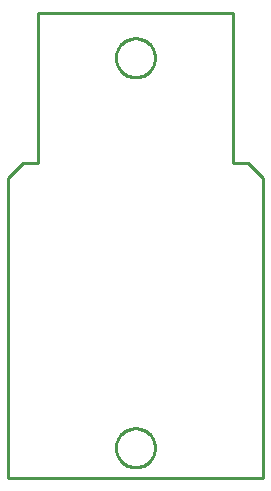
<source format=gbr>
G04 EAGLE Gerber RS-274X export*
G75*
%MOMM*%
%FSLAX34Y34*%
%LPD*%
%IN*%
%IPPOS*%
%AMOC8*
5,1,8,0,0,1.08239X$1,22.5*%
G01*
%ADD10C,0.254000*%


D10*
X0Y0D02*
X215900Y0D01*
X215900Y254000D01*
X203200Y266700D01*
X190500Y266700D01*
X190500Y393700D01*
X25400Y393700D01*
X25400Y266700D01*
X12700Y266700D01*
X0Y254000D01*
X0Y0D01*
X124460Y24860D02*
X124389Y23781D01*
X124248Y22709D01*
X124037Y21649D01*
X123758Y20605D01*
X123410Y19581D01*
X122996Y18583D01*
X122518Y17613D01*
X121978Y16677D01*
X121377Y15778D01*
X120719Y14921D01*
X120007Y14108D01*
X119242Y13344D01*
X118429Y12631D01*
X117572Y11973D01*
X116673Y11372D01*
X115737Y10832D01*
X114767Y10354D01*
X113769Y9940D01*
X112745Y9592D01*
X111701Y9313D01*
X110641Y9102D01*
X109569Y8961D01*
X108490Y8890D01*
X107410Y8890D01*
X106331Y8961D01*
X105259Y9102D01*
X104199Y9313D01*
X103155Y9592D01*
X102131Y9940D01*
X101133Y10354D01*
X100163Y10832D01*
X99227Y11372D01*
X98328Y11973D01*
X97471Y12631D01*
X96658Y13344D01*
X95894Y14108D01*
X95181Y14921D01*
X94523Y15778D01*
X93922Y16677D01*
X93382Y17613D01*
X92904Y18583D01*
X92490Y19581D01*
X92142Y20605D01*
X91863Y21649D01*
X91652Y22709D01*
X91511Y23781D01*
X91440Y24860D01*
X91440Y25940D01*
X91511Y27019D01*
X91652Y28091D01*
X91863Y29151D01*
X92142Y30195D01*
X92490Y31219D01*
X92904Y32217D01*
X93382Y33187D01*
X93922Y34123D01*
X94523Y35022D01*
X95181Y35879D01*
X95894Y36692D01*
X96658Y37457D01*
X97471Y38169D01*
X98328Y38827D01*
X99227Y39428D01*
X100163Y39968D01*
X101133Y40446D01*
X102131Y40860D01*
X103155Y41208D01*
X104199Y41487D01*
X105259Y41698D01*
X106331Y41839D01*
X107410Y41910D01*
X108490Y41910D01*
X109569Y41839D01*
X110641Y41698D01*
X111701Y41487D01*
X112745Y41208D01*
X113769Y40860D01*
X114767Y40446D01*
X115737Y39968D01*
X116673Y39428D01*
X117572Y38827D01*
X118429Y38169D01*
X119242Y37457D01*
X120007Y36692D01*
X120719Y35879D01*
X121377Y35022D01*
X121978Y34123D01*
X122518Y33187D01*
X122996Y32217D01*
X123410Y31219D01*
X123758Y30195D01*
X124037Y29151D01*
X124248Y28091D01*
X124389Y27019D01*
X124460Y25940D01*
X124460Y24860D01*
X124460Y355060D02*
X124389Y353981D01*
X124248Y352909D01*
X124037Y351849D01*
X123758Y350805D01*
X123410Y349781D01*
X122996Y348783D01*
X122518Y347813D01*
X121978Y346877D01*
X121377Y345978D01*
X120719Y345121D01*
X120007Y344308D01*
X119242Y343544D01*
X118429Y342831D01*
X117572Y342173D01*
X116673Y341572D01*
X115737Y341032D01*
X114767Y340554D01*
X113769Y340140D01*
X112745Y339792D01*
X111701Y339513D01*
X110641Y339302D01*
X109569Y339161D01*
X108490Y339090D01*
X107410Y339090D01*
X106331Y339161D01*
X105259Y339302D01*
X104199Y339513D01*
X103155Y339792D01*
X102131Y340140D01*
X101133Y340554D01*
X100163Y341032D01*
X99227Y341572D01*
X98328Y342173D01*
X97471Y342831D01*
X96658Y343544D01*
X95894Y344308D01*
X95181Y345121D01*
X94523Y345978D01*
X93922Y346877D01*
X93382Y347813D01*
X92904Y348783D01*
X92490Y349781D01*
X92142Y350805D01*
X91863Y351849D01*
X91652Y352909D01*
X91511Y353981D01*
X91440Y355060D01*
X91440Y356140D01*
X91511Y357219D01*
X91652Y358291D01*
X91863Y359351D01*
X92142Y360395D01*
X92490Y361419D01*
X92904Y362417D01*
X93382Y363387D01*
X93922Y364323D01*
X94523Y365222D01*
X95181Y366079D01*
X95894Y366892D01*
X96658Y367657D01*
X97471Y368369D01*
X98328Y369027D01*
X99227Y369628D01*
X100163Y370168D01*
X101133Y370646D01*
X102131Y371060D01*
X103155Y371408D01*
X104199Y371687D01*
X105259Y371898D01*
X106331Y372039D01*
X107410Y372110D01*
X108490Y372110D01*
X109569Y372039D01*
X110641Y371898D01*
X111701Y371687D01*
X112745Y371408D01*
X113769Y371060D01*
X114767Y370646D01*
X115737Y370168D01*
X116673Y369628D01*
X117572Y369027D01*
X118429Y368369D01*
X119242Y367657D01*
X120007Y366892D01*
X120719Y366079D01*
X121377Y365222D01*
X121978Y364323D01*
X122518Y363387D01*
X122996Y362417D01*
X123410Y361419D01*
X123758Y360395D01*
X124037Y359351D01*
X124248Y358291D01*
X124389Y357219D01*
X124460Y356140D01*
X124460Y355060D01*
M02*

</source>
